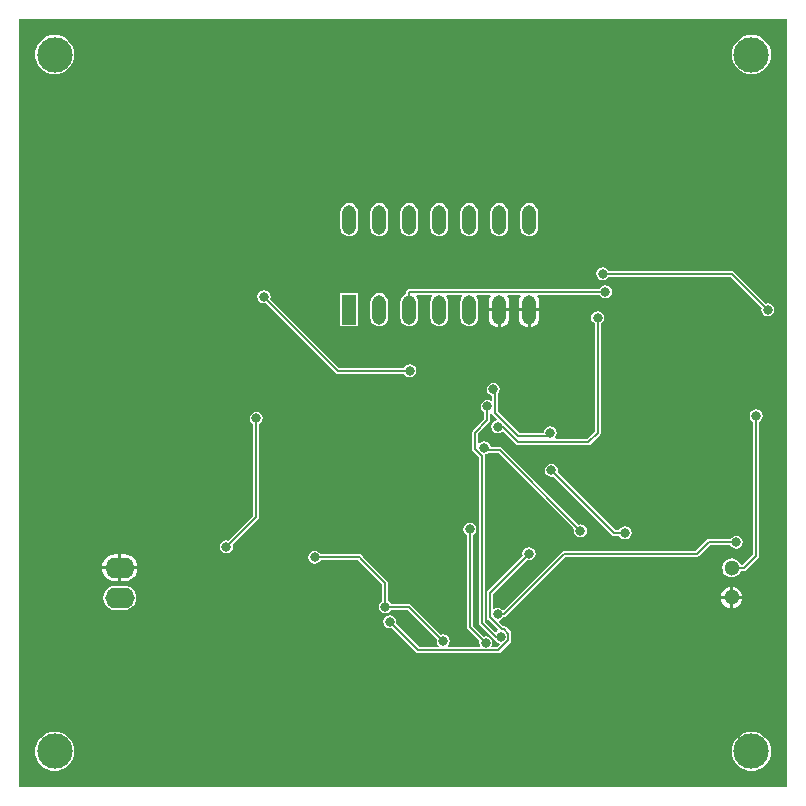
<source format=gbl>
G04*
G04 #@! TF.GenerationSoftware,Altium Limited,Altium Designer,18.0.11 (651)*
G04*
G04 Layer_Physical_Order=2*
G04 Layer_Color=16711680*
%FSLAX42Y42*%
%MOMM*%
G71*
G01*
G75*
%ADD20C,0.20*%
%ADD22R,1.20X2.50*%
%ADD23O,1.20X2.50*%
%ADD24C,1.30*%
%ADD25O,2.50X1.75*%
%ADD26C,0.80*%
%ADD27C,3.00*%
G36*
X6502Y0D02*
X0D01*
Y6502D01*
X6502D01*
Y0D01*
D02*
G37*
%LPC*%
G36*
X6200Y6366D02*
X6168Y6363D01*
X6137Y6353D01*
X6108Y6338D01*
X6083Y6317D01*
X6062Y6292D01*
X6047Y6263D01*
X6037Y6232D01*
X6034Y6200D01*
X6037Y6168D01*
X6047Y6137D01*
X6062Y6108D01*
X6083Y6083D01*
X6108Y6062D01*
X6137Y6047D01*
X6168Y6037D01*
X6200Y6034D01*
X6232Y6037D01*
X6263Y6047D01*
X6292Y6062D01*
X6317Y6083D01*
X6338Y6108D01*
X6353Y6137D01*
X6363Y6168D01*
X6366Y6200D01*
X6363Y6232D01*
X6353Y6263D01*
X6338Y6292D01*
X6317Y6317D01*
X6292Y6338D01*
X6263Y6353D01*
X6232Y6363D01*
X6200Y6366D01*
D02*
G37*
G36*
X300D02*
X268Y6363D01*
X237Y6353D01*
X208Y6338D01*
X183Y6317D01*
X162Y6292D01*
X147Y6263D01*
X137Y6232D01*
X134Y6200D01*
X137Y6168D01*
X147Y6137D01*
X162Y6108D01*
X183Y6083D01*
X208Y6062D01*
X237Y6047D01*
X268Y6037D01*
X300Y6034D01*
X332Y6037D01*
X363Y6047D01*
X392Y6062D01*
X417Y6083D01*
X438Y6108D01*
X453Y6137D01*
X463Y6168D01*
X466Y6200D01*
X463Y6232D01*
X453Y6263D01*
X438Y6292D01*
X417Y6317D01*
X392Y6338D01*
X363Y6353D01*
X332Y6363D01*
X300Y6366D01*
D02*
G37*
G36*
X4318Y4941D02*
X4298Y4939D01*
X4280Y4931D01*
X4265Y4919D01*
X4252Y4903D01*
X4245Y4885D01*
X4242Y4866D01*
Y4736D01*
X4245Y4716D01*
X4252Y4698D01*
X4265Y4682D01*
X4280Y4670D01*
X4298Y4663D01*
X4318Y4660D01*
X4338Y4663D01*
X4356Y4670D01*
X4371Y4682D01*
X4384Y4698D01*
X4391Y4716D01*
X4394Y4736D01*
Y4866D01*
X4391Y4885D01*
X4384Y4903D01*
X4371Y4919D01*
X4356Y4931D01*
X4338Y4939D01*
X4318Y4941D01*
D02*
G37*
G36*
X4064D02*
X4044Y4939D01*
X4026Y4931D01*
X4011Y4919D01*
X3998Y4903D01*
X3991Y4885D01*
X3988Y4866D01*
Y4736D01*
X3991Y4716D01*
X3998Y4698D01*
X4011Y4682D01*
X4026Y4670D01*
X4044Y4663D01*
X4064Y4660D01*
X4084Y4663D01*
X4102Y4670D01*
X4117Y4682D01*
X4130Y4698D01*
X4137Y4716D01*
X4140Y4736D01*
Y4866D01*
X4137Y4885D01*
X4130Y4903D01*
X4117Y4919D01*
X4102Y4931D01*
X4084Y4939D01*
X4064Y4941D01*
D02*
G37*
G36*
X3810D02*
X3790Y4939D01*
X3772Y4931D01*
X3757Y4919D01*
X3744Y4903D01*
X3737Y4885D01*
X3734Y4866D01*
Y4736D01*
X3737Y4716D01*
X3744Y4698D01*
X3757Y4682D01*
X3772Y4670D01*
X3790Y4663D01*
X3810Y4660D01*
X3830Y4663D01*
X3848Y4670D01*
X3863Y4682D01*
X3876Y4698D01*
X3883Y4716D01*
X3886Y4736D01*
Y4866D01*
X3883Y4885D01*
X3876Y4903D01*
X3863Y4919D01*
X3848Y4931D01*
X3830Y4939D01*
X3810Y4941D01*
D02*
G37*
G36*
X3556D02*
X3536Y4939D01*
X3518Y4931D01*
X3503Y4919D01*
X3490Y4903D01*
X3483Y4885D01*
X3480Y4866D01*
Y4736D01*
X3483Y4716D01*
X3490Y4698D01*
X3503Y4682D01*
X3518Y4670D01*
X3536Y4663D01*
X3556Y4660D01*
X3576Y4663D01*
X3594Y4670D01*
X3609Y4682D01*
X3622Y4698D01*
X3629Y4716D01*
X3632Y4736D01*
Y4866D01*
X3629Y4885D01*
X3622Y4903D01*
X3609Y4919D01*
X3594Y4931D01*
X3576Y4939D01*
X3556Y4941D01*
D02*
G37*
G36*
X3302D02*
X3282Y4939D01*
X3264Y4931D01*
X3249Y4919D01*
X3236Y4903D01*
X3229Y4885D01*
X3226Y4866D01*
Y4736D01*
X3229Y4716D01*
X3236Y4698D01*
X3249Y4682D01*
X3264Y4670D01*
X3282Y4663D01*
X3302Y4660D01*
X3322Y4663D01*
X3340Y4670D01*
X3355Y4682D01*
X3368Y4698D01*
X3375Y4716D01*
X3378Y4736D01*
Y4866D01*
X3375Y4885D01*
X3368Y4903D01*
X3355Y4919D01*
X3340Y4931D01*
X3322Y4939D01*
X3302Y4941D01*
D02*
G37*
G36*
X3048D02*
X3028Y4939D01*
X3010Y4931D01*
X2995Y4919D01*
X2982Y4903D01*
X2975Y4885D01*
X2972Y4866D01*
Y4736D01*
X2975Y4716D01*
X2982Y4698D01*
X2995Y4682D01*
X3010Y4670D01*
X3028Y4663D01*
X3048Y4660D01*
X3068Y4663D01*
X3086Y4670D01*
X3101Y4682D01*
X3114Y4698D01*
X3121Y4716D01*
X3124Y4736D01*
Y4866D01*
X3121Y4885D01*
X3114Y4903D01*
X3101Y4919D01*
X3086Y4931D01*
X3068Y4939D01*
X3048Y4941D01*
D02*
G37*
G36*
X2794D02*
X2774Y4939D01*
X2756Y4931D01*
X2741Y4919D01*
X2728Y4903D01*
X2721Y4885D01*
X2718Y4866D01*
Y4736D01*
X2721Y4716D01*
X2728Y4698D01*
X2741Y4682D01*
X2756Y4670D01*
X2774Y4663D01*
X2794Y4660D01*
X2814Y4663D01*
X2832Y4670D01*
X2847Y4682D01*
X2860Y4698D01*
X2867Y4716D01*
X2870Y4736D01*
Y4866D01*
X2867Y4885D01*
X2860Y4903D01*
X2847Y4919D01*
X2832Y4931D01*
X2814Y4939D01*
X2794Y4941D01*
D02*
G37*
G36*
X4963Y4247D02*
X4942Y4243D01*
X4924Y4231D01*
X4914Y4216D01*
X3305D01*
X3295Y4215D01*
X3287Y4209D01*
X3284Y4206D01*
X3278Y4198D01*
X3277Y4188D01*
Y4174D01*
X3264Y4169D01*
X3249Y4157D01*
X3236Y4141D01*
X3229Y4123D01*
X3226Y4104D01*
Y3974D01*
X3229Y3954D01*
X3236Y3936D01*
X3249Y3920D01*
X3264Y3908D01*
X3282Y3901D01*
X3302Y3898D01*
X3322Y3901D01*
X3340Y3908D01*
X3355Y3920D01*
X3368Y3936D01*
X3375Y3954D01*
X3378Y3974D01*
Y4104D01*
X3375Y4123D01*
X3368Y4141D01*
X3359Y4153D01*
X3364Y4166D01*
X3494D01*
X3499Y4153D01*
X3490Y4141D01*
X3483Y4123D01*
X3480Y4104D01*
Y3974D01*
X3483Y3954D01*
X3490Y3936D01*
X3503Y3920D01*
X3518Y3908D01*
X3536Y3901D01*
X3556Y3898D01*
X3576Y3901D01*
X3594Y3908D01*
X3609Y3920D01*
X3622Y3936D01*
X3629Y3954D01*
X3632Y3974D01*
Y4104D01*
X3629Y4123D01*
X3622Y4141D01*
X3613Y4153D01*
X3618Y4166D01*
X3748D01*
X3753Y4153D01*
X3744Y4141D01*
X3737Y4123D01*
X3734Y4104D01*
Y3974D01*
X3737Y3954D01*
X3744Y3936D01*
X3757Y3920D01*
X3772Y3908D01*
X3790Y3901D01*
X3810Y3898D01*
X3830Y3901D01*
X3848Y3908D01*
X3863Y3920D01*
X3876Y3936D01*
X3883Y3954D01*
X3886Y3974D01*
Y4104D01*
X3883Y4123D01*
X3876Y4141D01*
X3867Y4153D01*
X3872Y4166D01*
X3988D01*
X3994Y4153D01*
X3989Y4147D01*
X3981Y4126D01*
X3978Y4104D01*
Y4051D01*
X4064D01*
X4150D01*
Y4104D01*
X4147Y4126D01*
X4139Y4147D01*
X4134Y4153D01*
X4140Y4166D01*
X4242D01*
X4248Y4153D01*
X4243Y4147D01*
X4235Y4126D01*
X4232Y4104D01*
Y4051D01*
X4318D01*
X4404D01*
Y4104D01*
X4401Y4126D01*
X4393Y4147D01*
X4388Y4153D01*
X4394Y4166D01*
X4914D01*
X4924Y4151D01*
X4942Y4139D01*
X4963Y4135D01*
X4985Y4139D01*
X5003Y4151D01*
X5015Y4170D01*
X5019Y4191D01*
X5015Y4212D01*
X5003Y4231D01*
X4985Y4243D01*
X4963Y4247D01*
D02*
G37*
G36*
X4940Y4399D02*
X4919Y4395D01*
X4901Y4383D01*
X4888Y4365D01*
X4884Y4343D01*
X4888Y4322D01*
X4901Y4304D01*
X4919Y4292D01*
X4940Y4287D01*
X4962Y4292D01*
X4980Y4304D01*
X4989Y4318D01*
X6022D01*
X6285Y4055D01*
X6281Y4039D01*
X6285Y4017D01*
X6298Y3999D01*
X6316Y3987D01*
X6337Y3983D01*
X6359Y3987D01*
X6377Y3999D01*
X6389Y4017D01*
X6393Y4039D01*
X6389Y4060D01*
X6377Y4078D01*
X6359Y4090D01*
X6337Y4095D01*
X6321Y4091D01*
X6051Y4361D01*
X6042Y4367D01*
X6033Y4369D01*
X4989D01*
X4980Y4383D01*
X4962Y4395D01*
X4940Y4399D01*
D02*
G37*
G36*
X2869Y4179D02*
X2719D01*
Y3899D01*
X2869D01*
Y4179D01*
D02*
G37*
G36*
X3048Y4179D02*
X3028Y4177D01*
X3010Y4169D01*
X2995Y4157D01*
X2982Y4141D01*
X2975Y4123D01*
X2972Y4104D01*
Y3974D01*
X2975Y3954D01*
X2982Y3936D01*
X2995Y3920D01*
X3010Y3908D01*
X3028Y3901D01*
X3048Y3898D01*
X3068Y3901D01*
X3086Y3908D01*
X3101Y3920D01*
X3114Y3936D01*
X3121Y3954D01*
X3124Y3974D01*
Y4104D01*
X3121Y4123D01*
X3114Y4141D01*
X3101Y4157D01*
X3086Y4169D01*
X3068Y4177D01*
X3048Y4179D01*
D02*
G37*
G36*
X4404Y4026D02*
X4331D01*
Y3889D01*
X4340Y3890D01*
X4361Y3899D01*
X4379Y3913D01*
X4393Y3931D01*
X4401Y3951D01*
X4404Y3974D01*
Y4026D01*
D02*
G37*
G36*
X4150D02*
X4077D01*
Y3889D01*
X4086Y3890D01*
X4107Y3899D01*
X4125Y3913D01*
X4139Y3931D01*
X4147Y3951D01*
X4150Y3974D01*
Y4026D01*
D02*
G37*
G36*
X4305D02*
X4232D01*
Y3974D01*
X4235Y3951D01*
X4243Y3931D01*
X4257Y3913D01*
X4275Y3899D01*
X4296Y3890D01*
X4305Y3889D01*
Y4026D01*
D02*
G37*
G36*
X4051D02*
X3978D01*
Y3974D01*
X3981Y3951D01*
X3989Y3931D01*
X4003Y3913D01*
X4021Y3899D01*
X4042Y3890D01*
X4051Y3889D01*
Y4026D01*
D02*
G37*
G36*
X2073Y4204D02*
X2051Y4200D01*
X2033Y4187D01*
X2021Y4169D01*
X2017Y4148D01*
X2021Y4126D01*
X2033Y4108D01*
X2051Y4096D01*
X2073Y4092D01*
X2089Y4095D01*
X2679Y3505D01*
X2688Y3499D01*
X2697Y3497D01*
X3258D01*
X3267Y3483D01*
X3286Y3471D01*
X3307Y3467D01*
X3329Y3471D01*
X3347Y3483D01*
X3359Y3502D01*
X3363Y3523D01*
X3359Y3544D01*
X3347Y3563D01*
X3329Y3575D01*
X3307Y3579D01*
X3286Y3575D01*
X3267Y3563D01*
X3258Y3548D01*
X2708D01*
X2125Y4131D01*
X2129Y4148D01*
X2124Y4169D01*
X2112Y4187D01*
X2094Y4200D01*
X2073Y4204D01*
D02*
G37*
G36*
X4897Y4029D02*
X4876Y4024D01*
X4857Y4012D01*
X4845Y3994D01*
X4841Y3973D01*
X4845Y3951D01*
X4857Y3933D01*
X4872Y3923D01*
Y3009D01*
X4810Y2948D01*
X4542D01*
X4537Y2960D01*
X4548Y2976D01*
X4552Y2997D01*
X4548Y3019D01*
X4535Y3037D01*
X4517Y3049D01*
X4496Y3053D01*
X4474Y3049D01*
X4456Y3037D01*
X4444Y3019D01*
X4440Y2997D01*
X4235D01*
X4053Y3179D01*
Y3326D01*
X4065Y3344D01*
X4069Y3365D01*
X4065Y3387D01*
X4053Y3405D01*
X4035Y3417D01*
X4013Y3422D01*
X3992Y3417D01*
X3974Y3405D01*
X3961Y3387D01*
X3957Y3365D01*
X3961Y3344D01*
X3974Y3326D01*
X3992Y3314D01*
X4002Y3312D01*
Y3274D01*
X3991Y3268D01*
X3984Y3273D01*
X3962Y3277D01*
X3941Y3273D01*
X3923Y3261D01*
X3911Y3242D01*
X3906Y3221D01*
X3911Y3199D01*
X3923Y3181D01*
X3937Y3172D01*
Y3113D01*
X3839Y3015D01*
X3833Y3007D01*
X3831Y2997D01*
Y2859D01*
X3833Y2849D01*
X3839Y2840D01*
X3892Y2787D01*
X3895Y2785D01*
Y1385D01*
X3897Y1375D01*
X3902Y1367D01*
X4017Y1252D01*
X4025Y1246D01*
X4026Y1246D01*
X4037Y1230D01*
X4055Y1218D01*
X4063Y1217D01*
X4067Y1204D01*
X4042Y1180D01*
X4003D01*
X3997Y1191D01*
X4002Y1198D01*
X4006Y1219D01*
X4002Y1241D01*
X3989Y1259D01*
X3971Y1271D01*
X3950Y1275D01*
X3933Y1272D01*
X3841Y1364D01*
Y2130D01*
X3855Y2140D01*
X3867Y2158D01*
X3871Y2179D01*
X3867Y2201D01*
X3855Y2219D01*
X3837Y2231D01*
X3815Y2235D01*
X3794Y2231D01*
X3775Y2219D01*
X3763Y2201D01*
X3759Y2179D01*
X3763Y2158D01*
X3775Y2140D01*
X3790Y2130D01*
Y1354D01*
X3792Y1344D01*
X3797Y1336D01*
X3897Y1236D01*
X3894Y1219D01*
X3898Y1198D01*
X3902Y1191D01*
X3896Y1180D01*
X3631D01*
X3628Y1192D01*
X3631Y1195D01*
X3643Y1213D01*
X3648Y1234D01*
X3643Y1256D01*
X3631Y1274D01*
X3613Y1286D01*
X3592Y1291D01*
X3575Y1287D01*
X3320Y1542D01*
X3312Y1548D01*
X3302Y1549D01*
X3148D01*
X3138Y1564D01*
X3124Y1573D01*
Y1727D01*
X3122Y1737D01*
X3117Y1745D01*
X2914Y1948D01*
X2914Y1948D01*
X2901Y1961D01*
X2893Y1967D01*
X2883Y1969D01*
X2551D01*
X2542Y1983D01*
X2523Y1995D01*
X2502Y1999D01*
X2480Y1995D01*
X2462Y1983D01*
X2450Y1965D01*
X2446Y1943D01*
X2450Y1922D01*
X2462Y1903D01*
X2480Y1891D01*
X2502Y1887D01*
X2523Y1891D01*
X2542Y1903D01*
X2551Y1918D01*
X2872D01*
X2878Y1912D01*
X2878Y1912D01*
X3073Y1717D01*
Y1573D01*
X3059Y1564D01*
X3047Y1545D01*
X3043Y1524D01*
X3047Y1503D01*
X3059Y1484D01*
X3077Y1472D01*
X3099Y1468D01*
X3120Y1472D01*
X3138Y1484D01*
X3148Y1499D01*
X3291D01*
X3539Y1251D01*
X3535Y1234D01*
X3540Y1213D01*
X3552Y1195D01*
X3555Y1192D01*
X3552Y1180D01*
X3390D01*
X3190Y1380D01*
X3193Y1397D01*
X3189Y1418D01*
X3177Y1437D01*
X3158Y1449D01*
X3137Y1453D01*
X3115Y1449D01*
X3097Y1437D01*
X3085Y1418D01*
X3081Y1397D01*
X3085Y1376D01*
X3097Y1357D01*
X3115Y1345D01*
X3137Y1341D01*
X3154Y1344D01*
X3362Y1136D01*
X3370Y1131D01*
X3380Y1129D01*
X4053D01*
X4063Y1131D01*
X4071Y1136D01*
X4160Y1225D01*
X4165Y1233D01*
X4167Y1243D01*
Y1297D01*
X4165Y1307D01*
X4160Y1315D01*
X4122Y1353D01*
X4113Y1359D01*
X4104Y1360D01*
X4095D01*
X4061Y1395D01*
X4065Y1407D01*
X4073Y1409D01*
X4091Y1421D01*
X4100Y1435D01*
X4102D01*
X4112Y1437D01*
X4120Y1442D01*
X4626Y1948D01*
X5740D01*
X5750Y1950D01*
X5758Y1956D01*
X5847Y2045D01*
X6021D01*
X6031Y2030D01*
X6049Y2018D01*
X6071Y2014D01*
X6092Y2018D01*
X6110Y2030D01*
X6122Y2049D01*
X6127Y2070D01*
X6122Y2092D01*
X6110Y2110D01*
X6092Y2122D01*
X6071Y2126D01*
X6049Y2122D01*
X6031Y2110D01*
X6021Y2096D01*
X5837D01*
X5827Y2094D01*
X5819Y2088D01*
X5730Y1999D01*
X4615D01*
X4605Y1997D01*
X4597Y1992D01*
X4104Y1498D01*
X4091Y1500D01*
X4091Y1500D01*
X4073Y1512D01*
X4051Y1517D01*
X4030Y1512D01*
X4023Y1508D01*
X4012Y1514D01*
Y1634D01*
X4299Y1921D01*
X4315Y1918D01*
X4337Y1922D01*
X4355Y1934D01*
X4367Y1952D01*
X4372Y1974D01*
X4367Y1995D01*
X4355Y2013D01*
X4337Y2025D01*
X4315Y2030D01*
X4294Y2025D01*
X4276Y2013D01*
X4264Y1995D01*
X4259Y1974D01*
X4263Y1957D01*
X3968Y1662D01*
X3963Y1654D01*
X3961Y1644D01*
Y1434D01*
X3963Y1424D01*
X3968Y1416D01*
X4051Y1333D01*
X4049Y1317D01*
X4037Y1310D01*
X4032Y1309D01*
X3946Y1395D01*
Y2805D01*
X3944Y2815D01*
X3944Y2816D01*
X3958Y2818D01*
X3967Y2824D01*
X4059D01*
X4700Y2183D01*
X4696Y2167D01*
X4701Y2145D01*
X4713Y2127D01*
X4731Y2115D01*
X4752Y2111D01*
X4774Y2115D01*
X4792Y2127D01*
X4804Y2145D01*
X4808Y2167D01*
X4804Y2188D01*
X4792Y2206D01*
X4774Y2218D01*
X4752Y2223D01*
X4736Y2219D01*
X4087Y2868D01*
X4079Y2873D01*
X4069Y2875D01*
X3992D01*
X3989Y2892D01*
X3977Y2910D01*
X3958Y2922D01*
X3937Y2926D01*
X3916Y2922D01*
X3897Y2910D01*
X3895Y2906D01*
X3882Y2910D01*
Y2987D01*
X3980Y3085D01*
X3986Y3093D01*
X3988Y3103D01*
Y3161D01*
X3990Y3162D01*
X4004Y3159D01*
X4009Y3150D01*
X4044Y3116D01*
X4040Y3102D01*
X4030Y3100D01*
X4012Y3088D01*
X3999Y3069D01*
X3995Y3048D01*
X3999Y3027D01*
X4012Y3008D01*
X4030Y2996D01*
X4051Y2992D01*
X4073Y2996D01*
X4091Y3008D01*
X4101Y3009D01*
X4106Y3005D01*
X4106Y3005D01*
X4206Y2904D01*
X4214Y2898D01*
X4224Y2897D01*
X4814D01*
X4820Y2896D01*
X4829Y2897D01*
X4838Y2903D01*
X4915Y2980D01*
X4921Y2989D01*
X4923Y2998D01*
Y3923D01*
X4937Y3933D01*
X4949Y3951D01*
X4953Y3973D01*
X4949Y3994D01*
X4937Y4012D01*
X4919Y4024D01*
X4897Y4029D01*
D02*
G37*
G36*
X4506Y2736D02*
X4485Y2732D01*
X4466Y2719D01*
X4454Y2701D01*
X4450Y2680D01*
X4454Y2658D01*
X4466Y2640D01*
X4485Y2628D01*
X4506Y2624D01*
X4523Y2627D01*
X5018Y2132D01*
X5026Y2126D01*
X5036Y2125D01*
X5081D01*
X5090Y2110D01*
X5109Y2098D01*
X5130Y2094D01*
X5151Y2098D01*
X5170Y2110D01*
X5182Y2129D01*
X5186Y2150D01*
X5182Y2171D01*
X5170Y2190D01*
X5151Y2202D01*
X5130Y2206D01*
X5109Y2202D01*
X5090Y2190D01*
X5081Y2175D01*
X5046D01*
X4559Y2663D01*
X4562Y2680D01*
X4558Y2701D01*
X4546Y2719D01*
X4527Y2732D01*
X4506Y2736D01*
D02*
G37*
G36*
X2007Y3175D02*
X1985Y3171D01*
X1967Y3159D01*
X1955Y3141D01*
X1951Y3119D01*
X1955Y3098D01*
X1967Y3079D01*
X1981Y3070D01*
Y2294D01*
X1772Y2085D01*
X1755Y2088D01*
X1734Y2084D01*
X1715Y2072D01*
X1703Y2053D01*
X1699Y2032D01*
X1703Y2011D01*
X1715Y1992D01*
X1734Y1980D01*
X1755Y1976D01*
X1777Y1980D01*
X1795Y1992D01*
X1807Y2011D01*
X1811Y2032D01*
X1808Y2049D01*
X2025Y2265D01*
X2030Y2274D01*
X2032Y2283D01*
Y3070D01*
X2046Y3079D01*
X2058Y3098D01*
X2063Y3119D01*
X2058Y3141D01*
X2046Y3159D01*
X2028Y3171D01*
X2007Y3175D01*
D02*
G37*
G36*
X6240Y3196D02*
X6219Y3192D01*
X6200Y3180D01*
X6188Y3161D01*
X6184Y3140D01*
X6188Y3119D01*
X6200Y3100D01*
X6215Y3091D01*
Y1968D01*
X6127Y1880D01*
X6109D01*
X6102Y1895D01*
X6090Y1911D01*
X6073Y1924D01*
X6053Y1932D01*
X6033Y1935D01*
X6012Y1932D01*
X5992Y1924D01*
X5975Y1911D01*
X5963Y1895D01*
X5955Y1875D01*
X5952Y1854D01*
X5955Y1833D01*
X5963Y1814D01*
X5975Y1797D01*
X5992Y1784D01*
X6012Y1776D01*
X6033Y1774D01*
X6053Y1776D01*
X6073Y1784D01*
X6090Y1797D01*
X6102Y1814D01*
X6109Y1829D01*
X6137D01*
X6147Y1831D01*
X6155Y1836D01*
X6258Y1939D01*
X6264Y1947D01*
X6265Y1957D01*
Y3091D01*
X6280Y3100D01*
X6292Y3119D01*
X6296Y3140D01*
X6292Y3161D01*
X6280Y3180D01*
X6261Y3192D01*
X6240Y3196D01*
D02*
G37*
G36*
X888Y1968D02*
X864D01*
Y1867D01*
X1001D01*
X998Y1884D01*
X987Y1911D01*
X969Y1935D01*
X945Y1953D01*
X918Y1964D01*
X888Y1968D01*
D02*
G37*
G36*
X838D02*
X813D01*
X784Y1964D01*
X756Y1953D01*
X733Y1935D01*
X715Y1911D01*
X703Y1884D01*
X701Y1867D01*
X838D01*
Y1968D01*
D02*
G37*
G36*
X1001Y1842D02*
X864D01*
Y1740D01*
X888D01*
X918Y1744D01*
X945Y1756D01*
X969Y1774D01*
X987Y1797D01*
X998Y1825D01*
X1001Y1842D01*
D02*
G37*
G36*
X838D02*
X701D01*
X703Y1825D01*
X715Y1797D01*
X733Y1774D01*
X756Y1756D01*
X784Y1744D01*
X813Y1740D01*
X838D01*
Y1842D01*
D02*
G37*
G36*
X6045Y1694D02*
Y1617D01*
X6122D01*
X6121Y1628D01*
X6111Y1650D01*
X6097Y1669D01*
X6078Y1683D01*
X6056Y1692D01*
X6045Y1694D01*
D02*
G37*
G36*
X6020D02*
X6009Y1692D01*
X5987Y1683D01*
X5968Y1669D01*
X5954Y1650D01*
X5944Y1628D01*
X5943Y1617D01*
X6020D01*
Y1694D01*
D02*
G37*
G36*
X6122Y1591D02*
X6045D01*
Y1515D01*
X6056Y1516D01*
X6078Y1525D01*
X6097Y1540D01*
X6111Y1559D01*
X6121Y1581D01*
X6122Y1591D01*
D02*
G37*
G36*
X6020D02*
X5943D01*
X5944Y1581D01*
X5954Y1559D01*
X5968Y1540D01*
X5987Y1525D01*
X6009Y1516D01*
X6020Y1515D01*
Y1591D01*
D02*
G37*
G36*
X888Y1704D02*
X813D01*
X787Y1700D01*
X762Y1690D01*
X740Y1673D01*
X724Y1652D01*
X714Y1627D01*
X710Y1600D01*
X714Y1573D01*
X724Y1549D01*
X740Y1527D01*
X762Y1511D01*
X787Y1500D01*
X813Y1497D01*
X888D01*
X915Y1500D01*
X940Y1511D01*
X962Y1527D01*
X978Y1549D01*
X988Y1573D01*
X992Y1600D01*
X988Y1627D01*
X978Y1652D01*
X962Y1673D01*
X940Y1690D01*
X915Y1700D01*
X888Y1704D01*
D02*
G37*
G36*
X6200Y466D02*
X6168Y463D01*
X6137Y453D01*
X6108Y438D01*
X6083Y417D01*
X6062Y392D01*
X6047Y363D01*
X6037Y332D01*
X6034Y300D01*
X6037Y268D01*
X6047Y237D01*
X6062Y208D01*
X6083Y183D01*
X6108Y162D01*
X6137Y147D01*
X6168Y137D01*
X6200Y134D01*
X6232Y137D01*
X6263Y147D01*
X6292Y162D01*
X6317Y183D01*
X6338Y208D01*
X6353Y237D01*
X6363Y268D01*
X6366Y300D01*
X6363Y332D01*
X6353Y363D01*
X6338Y392D01*
X6317Y417D01*
X6292Y438D01*
X6263Y453D01*
X6232Y463D01*
X6200Y466D01*
D02*
G37*
G36*
X300D02*
X268Y463D01*
X237Y453D01*
X208Y438D01*
X183Y417D01*
X162Y392D01*
X147Y363D01*
X137Y332D01*
X134Y300D01*
X137Y268D01*
X147Y237D01*
X162Y208D01*
X183Y183D01*
X208Y162D01*
X237Y147D01*
X268Y137D01*
X300Y134D01*
X332Y137D01*
X363Y147D01*
X392Y162D01*
X417Y183D01*
X438Y208D01*
X453Y237D01*
X463Y268D01*
X466Y300D01*
X463Y332D01*
X453Y363D01*
X438Y392D01*
X417Y417D01*
X392Y438D01*
X363Y453D01*
X332Y463D01*
X300Y466D01*
D02*
G37*
%LPD*%
D20*
X6137Y1854D02*
X6240Y1957D01*
Y3140D01*
X5036Y2150D02*
X5130D01*
X4506Y2680D02*
X5036Y2150D01*
X6033Y4343D02*
X6337Y4039D01*
X4940Y4343D02*
X6033D01*
X3937Y2870D02*
X3957Y2850D01*
X4069D01*
X4470Y2972D02*
X4496Y2997D01*
X4224Y2972D02*
X4470D01*
X4027Y3168D02*
X4224Y2972D01*
X4027Y3168D02*
Y3351D01*
X4013Y3365D02*
X4027Y3351D01*
X3986Y1644D02*
X4315Y1974D01*
X4085Y1335D02*
X4104D01*
X3986Y1434D02*
Y1644D01*
Y1434D02*
X4085Y1335D01*
X4051Y1460D02*
X4102D01*
X4615Y1974D01*
X3857Y2859D02*
Y2997D01*
Y2859D02*
X3910Y2805D01*
X3920D02*
X3920Y2805D01*
X3910Y2805D02*
X3920D01*
X3937Y2870D02*
Y2885D01*
X4069Y2850D02*
X4752Y2167D01*
X3857Y2997D02*
X3962Y3103D01*
Y3221D01*
X4051Y3048D02*
X4098D01*
X4124Y3023D02*
X4224Y2922D01*
X4098Y3048D02*
X4124Y3023D01*
X4224Y2922D02*
X4819D01*
X4820Y2921D01*
X5837Y2070D02*
X6071D01*
X5740Y1974D02*
X5837Y2070D01*
X4615Y1974D02*
X5740D01*
X4053Y1154D02*
X4142Y1243D01*
X3137Y1397D02*
X3380Y1154D01*
X3815Y1354D02*
X3950Y1219D01*
X3380Y1154D02*
X4053D01*
X4104Y1335D02*
X4142Y1297D01*
Y1243D02*
Y1297D01*
X4035Y1270D02*
X4077D01*
X3920Y1385D02*
X4035Y1270D01*
X3099Y1524D02*
Y1727D01*
X2896Y1930D02*
X3099Y1727D01*
X2883Y1943D02*
X2896Y1930D01*
X2502Y1943D02*
X2883D01*
X3099Y1524D02*
X3302D01*
X3592Y1234D01*
X3815Y1354D02*
Y2179D01*
X2697Y3523D02*
X3307D01*
X2073Y4148D02*
X2697Y3523D01*
X2007Y2283D02*
Y3119D01*
X1755Y2032D02*
X2007Y2283D01*
X4897Y2998D02*
Y3973D01*
X4820Y2921D02*
X4897Y2998D01*
X3305Y4191D02*
X4963D01*
X3302Y4188D02*
X3305Y4191D01*
X3302Y4039D02*
Y4188D01*
X3920Y1385D02*
Y2805D01*
X6033Y1854D02*
X6137D01*
D22*
X2794Y4039D02*
D03*
D23*
X3048D02*
D03*
X3302D02*
D03*
X3556D02*
D03*
X3810D02*
D03*
X4064D02*
D03*
X4318D02*
D03*
X2794Y4801D02*
D03*
X3048D02*
D03*
X3302D02*
D03*
X3556D02*
D03*
X3810D02*
D03*
X4064D02*
D03*
X4318D02*
D03*
D24*
X6033Y1854D02*
D03*
Y1604D02*
D03*
D25*
X851Y1854D02*
D03*
Y1600D02*
D03*
D26*
X6240Y3140D02*
D03*
X5130Y2150D02*
D03*
X4940Y4343D02*
D03*
X4013Y3365D02*
D03*
X4051Y1460D02*
D03*
X4496Y2997D02*
D03*
X3937Y2870D02*
D03*
X3962Y3221D02*
D03*
X4051Y3048D02*
D03*
X6071Y2070D02*
D03*
X3950Y1219D02*
D03*
X4077Y1270D02*
D03*
X2502Y1943D02*
D03*
X3099Y1524D02*
D03*
X3815Y2179D02*
D03*
X3137Y1397D02*
D03*
X4315Y1974D02*
D03*
X4506Y2680D02*
D03*
X3592Y1234D02*
D03*
X3307Y3523D02*
D03*
X2073Y4148D02*
D03*
X2007Y3119D02*
D03*
X1755Y2032D02*
D03*
X6337Y4039D02*
D03*
X4897Y3973D02*
D03*
X4752Y2167D02*
D03*
X4963Y4191D02*
D03*
D27*
X6200Y6200D02*
D03*
Y300D02*
D03*
X300Y6200D02*
D03*
Y300D02*
D03*
M02*

</source>
